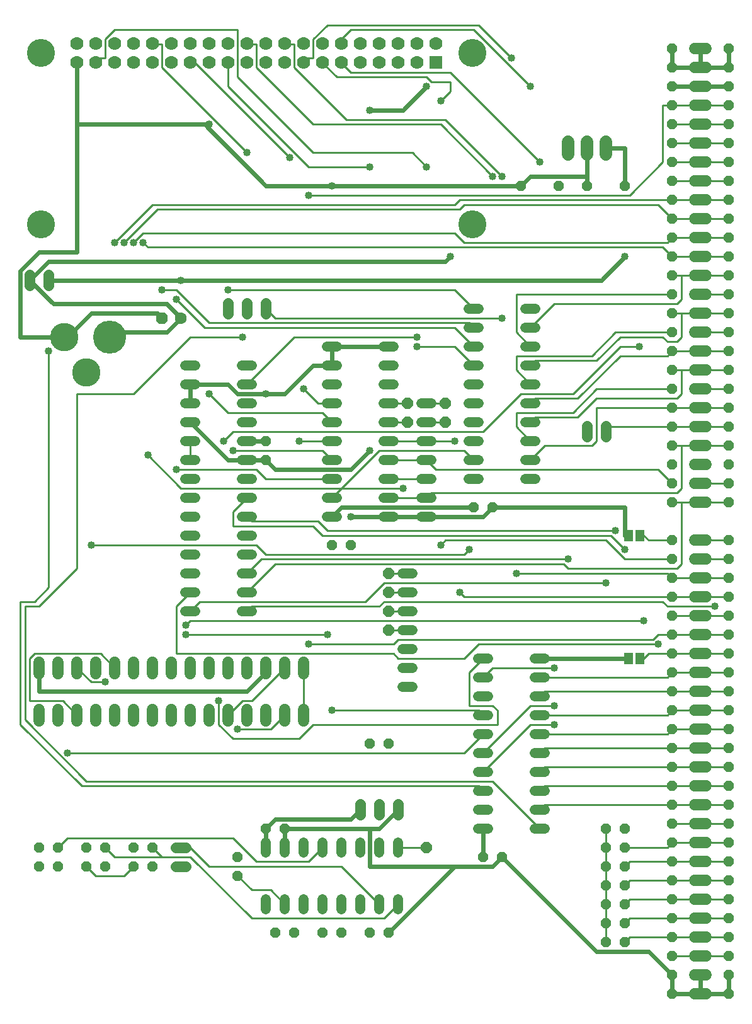
<source format=gtl>
G75*
%MOIN*%
%OFA0B0*%
%FSLAX25Y25*%
%IPPOS*%
%LPD*%
%AMOC8*
5,1,8,0,0,1.08239X$1,22.5*
%
%ADD10C,0.06000*%
%ADD11R,0.04600X0.06300*%
%ADD12C,0.06600*%
%ADD13OC8,0.05200*%
%ADD14OC8,0.05250*%
%ADD15OC8,0.05600*%
%ADD16C,0.05200*%
%ADD17R,0.07000X0.07000*%
%ADD18C,0.07000*%
%ADD19C,0.14827*%
%ADD20C,0.05600*%
%ADD21C,0.17500*%
%ADD22C,0.15000*%
%ADD23OC8,0.06300*%
%ADD24C,0.06300*%
%ADD25OC8,0.06000*%
%ADD26C,0.02400*%
%ADD27C,0.04000*%
%ADD28C,0.01000*%
D10*
X0026300Y0178300D02*
X0026300Y0184300D01*
X0036300Y0184300D02*
X0036300Y0178300D01*
X0046300Y0178300D02*
X0046300Y0184300D01*
X0056300Y0184300D02*
X0056300Y0178300D01*
X0066300Y0178300D02*
X0066300Y0184300D01*
X0076300Y0184300D02*
X0076300Y0178300D01*
X0086300Y0178300D02*
X0086300Y0184300D01*
X0096300Y0184300D02*
X0096300Y0178300D01*
X0106300Y0178300D02*
X0106300Y0184300D01*
X0116300Y0184300D02*
X0116300Y0178300D01*
X0126300Y0178300D02*
X0126300Y0184300D01*
X0136300Y0184300D02*
X0136300Y0178300D01*
X0146300Y0178300D02*
X0146300Y0184300D01*
X0156300Y0184300D02*
X0156300Y0178300D01*
X0166300Y0178300D02*
X0166300Y0184300D01*
X0166300Y0203300D02*
X0166300Y0209300D01*
X0156300Y0209300D02*
X0156300Y0203300D01*
X0146300Y0203300D02*
X0146300Y0209300D01*
X0136300Y0209300D02*
X0136300Y0203300D01*
X0126300Y0203300D02*
X0126300Y0209300D01*
X0116300Y0209300D02*
X0116300Y0203300D01*
X0106300Y0203300D02*
X0106300Y0209300D01*
X0096300Y0209300D02*
X0096300Y0203300D01*
X0086300Y0203300D02*
X0086300Y0209300D01*
X0076300Y0209300D02*
X0076300Y0203300D01*
X0066300Y0203300D02*
X0066300Y0209300D01*
X0056300Y0209300D02*
X0056300Y0203300D01*
X0046300Y0203300D02*
X0046300Y0209300D01*
X0036300Y0209300D02*
X0036300Y0203300D01*
X0026300Y0203300D02*
X0026300Y0209300D01*
X0373300Y0213800D02*
X0379300Y0213800D01*
X0379300Y0223800D02*
X0373300Y0223800D01*
X0373300Y0233800D02*
X0379300Y0233800D01*
X0379300Y0243800D02*
X0373300Y0243800D01*
X0373300Y0253800D02*
X0379300Y0253800D01*
X0379300Y0263800D02*
X0373300Y0263800D01*
X0373300Y0273800D02*
X0379300Y0273800D01*
X0379300Y0293800D02*
X0373300Y0293800D01*
X0373300Y0303800D02*
X0379300Y0303800D01*
X0379300Y0313800D02*
X0373300Y0313800D01*
X0373300Y0323800D02*
X0379300Y0323800D01*
X0379300Y0333800D02*
X0373300Y0333800D01*
X0373300Y0343800D02*
X0379300Y0343800D01*
X0379300Y0353800D02*
X0373300Y0353800D01*
X0373300Y0363800D02*
X0379300Y0363800D01*
X0379300Y0373800D02*
X0373300Y0373800D01*
X0373300Y0383800D02*
X0379300Y0383800D01*
X0379300Y0393800D02*
X0373300Y0393800D01*
X0373300Y0403800D02*
X0379300Y0403800D01*
X0379300Y0413800D02*
X0373300Y0413800D01*
X0373300Y0423800D02*
X0379300Y0423800D01*
X0379300Y0433800D02*
X0373300Y0433800D01*
X0373300Y0443800D02*
X0379300Y0443800D01*
X0379300Y0453800D02*
X0373300Y0453800D01*
X0373300Y0463800D02*
X0379300Y0463800D01*
X0379300Y0473800D02*
X0373300Y0473800D01*
X0373300Y0483800D02*
X0379300Y0483800D01*
X0379300Y0493800D02*
X0373300Y0493800D01*
X0373300Y0503800D02*
X0379300Y0503800D01*
X0379300Y0513800D02*
X0373300Y0513800D01*
X0373300Y0523800D02*
X0379300Y0523800D01*
X0379300Y0533800D02*
X0373300Y0533800D01*
X0373300Y0203800D02*
X0379300Y0203800D01*
X0379300Y0193800D02*
X0373300Y0193800D01*
X0373300Y0183800D02*
X0379300Y0183800D01*
X0379300Y0173800D02*
X0373300Y0173800D01*
X0373300Y0163800D02*
X0379300Y0163800D01*
X0379300Y0153800D02*
X0373300Y0153800D01*
X0373300Y0143800D02*
X0379300Y0143800D01*
X0379300Y0133800D02*
X0373300Y0133800D01*
X0373300Y0123800D02*
X0379300Y0123800D01*
X0379300Y0113800D02*
X0373300Y0113800D01*
X0373300Y0103800D02*
X0379300Y0103800D01*
X0379300Y0093800D02*
X0373300Y0093800D01*
X0373300Y0083800D02*
X0379300Y0083800D01*
X0379300Y0073800D02*
X0373300Y0073800D01*
X0373300Y0063800D02*
X0379300Y0063800D01*
X0379300Y0053800D02*
X0373300Y0053800D01*
X0373300Y0043800D02*
X0379300Y0043800D01*
X0379300Y0033800D02*
X0373300Y0033800D01*
D11*
X0344300Y0211300D03*
X0338300Y0211300D03*
X0338300Y0276300D03*
X0344300Y0276300D03*
D12*
X0326300Y0478000D02*
X0326300Y0484600D01*
X0316300Y0484600D02*
X0316300Y0478000D01*
X0306300Y0478000D02*
X0306300Y0484600D01*
D13*
X0301300Y0461300D03*
X0316300Y0461300D03*
X0336300Y0461300D03*
X0281300Y0461300D03*
X0266300Y0291300D03*
X0256300Y0291300D03*
X0191300Y0271300D03*
X0181300Y0271300D03*
X0146300Y0316300D03*
X0146300Y0326300D03*
X0201300Y0166300D03*
X0211300Y0166300D03*
X0261300Y0106300D03*
X0271300Y0106300D03*
X0211300Y0066300D03*
X0201300Y0066300D03*
X0186300Y0066300D03*
X0176300Y0066300D03*
X0161300Y0066300D03*
X0151300Y0066300D03*
X0131300Y0096300D03*
X0131300Y0106300D03*
X0146300Y0121300D03*
X0156300Y0121300D03*
D14*
X0361300Y0123800D03*
X0361300Y0133800D03*
X0361300Y0143800D03*
X0361300Y0153800D03*
X0361300Y0163800D03*
X0361300Y0173800D03*
X0361300Y0183800D03*
X0361300Y0193800D03*
X0361300Y0203800D03*
X0361300Y0213800D03*
X0361300Y0223800D03*
X0361300Y0233800D03*
X0361300Y0243800D03*
X0361300Y0253800D03*
X0361300Y0263800D03*
X0361300Y0273800D03*
X0361300Y0293800D03*
X0361300Y0303800D03*
X0361300Y0313800D03*
X0361300Y0323800D03*
X0361300Y0333800D03*
X0361300Y0343800D03*
X0361300Y0353800D03*
X0361300Y0363800D03*
X0361300Y0373800D03*
X0361300Y0383800D03*
X0361300Y0393800D03*
X0361300Y0403800D03*
X0361300Y0413800D03*
X0361300Y0423800D03*
X0361300Y0433800D03*
X0361300Y0443800D03*
X0361300Y0453800D03*
X0361300Y0463800D03*
X0361300Y0473800D03*
X0361300Y0483800D03*
X0361300Y0493800D03*
X0361300Y0503800D03*
X0361300Y0513800D03*
X0361300Y0523800D03*
X0361300Y0533800D03*
X0391300Y0533800D03*
X0391300Y0523800D03*
X0391300Y0513800D03*
X0391300Y0503800D03*
X0391300Y0493800D03*
X0391300Y0483800D03*
X0391300Y0473800D03*
X0391300Y0463800D03*
X0391300Y0453800D03*
X0391300Y0443800D03*
X0391300Y0433800D03*
X0391300Y0423800D03*
X0391300Y0413800D03*
X0391300Y0403800D03*
X0391300Y0393800D03*
X0391300Y0383800D03*
X0391300Y0373800D03*
X0391300Y0363800D03*
X0391300Y0353800D03*
X0391300Y0343800D03*
X0391300Y0333800D03*
X0391300Y0323800D03*
X0391300Y0313800D03*
X0391300Y0303800D03*
X0391300Y0293800D03*
X0391300Y0273800D03*
X0391300Y0263800D03*
X0391300Y0253800D03*
X0391300Y0243800D03*
X0391300Y0233800D03*
X0391300Y0223800D03*
X0391300Y0213800D03*
X0391300Y0203800D03*
X0391300Y0193800D03*
X0391300Y0183800D03*
X0391300Y0173800D03*
X0391300Y0163800D03*
X0391300Y0153800D03*
X0391300Y0143800D03*
X0391300Y0133800D03*
X0391300Y0123800D03*
X0391300Y0113800D03*
X0391300Y0103800D03*
X0391300Y0093800D03*
X0391300Y0083800D03*
X0391300Y0073800D03*
X0391300Y0063800D03*
X0391300Y0053800D03*
X0391300Y0043800D03*
X0391300Y0033800D03*
X0361300Y0033800D03*
X0361300Y0043800D03*
X0361300Y0053800D03*
X0361300Y0063800D03*
X0361300Y0073800D03*
X0361300Y0083800D03*
X0361300Y0093800D03*
X0361300Y0103800D03*
X0361300Y0113800D03*
D15*
X0336300Y0111300D03*
X0336300Y0101300D03*
X0336300Y0091300D03*
X0336300Y0081300D03*
X0336300Y0071300D03*
X0336300Y0061300D03*
X0326300Y0061300D03*
X0326300Y0071300D03*
X0326300Y0081300D03*
X0326300Y0091300D03*
X0326300Y0101300D03*
X0326300Y0111300D03*
X0326300Y0121300D03*
X0336300Y0121300D03*
X0086300Y0111300D03*
X0086300Y0101300D03*
X0076300Y0101300D03*
X0076300Y0111300D03*
X0061300Y0111300D03*
X0061300Y0101300D03*
X0051300Y0101300D03*
X0051300Y0111300D03*
X0036300Y0111300D03*
X0036300Y0101300D03*
X0026300Y0101300D03*
X0026300Y0111300D03*
D16*
X0103700Y0236300D02*
X0108900Y0236300D01*
X0108900Y0246300D02*
X0103700Y0246300D01*
X0103700Y0256300D02*
X0108900Y0256300D01*
X0108900Y0266300D02*
X0103700Y0266300D01*
X0103700Y0276300D02*
X0108900Y0276300D01*
X0108900Y0286300D02*
X0103700Y0286300D01*
X0103700Y0296300D02*
X0108900Y0296300D01*
X0108900Y0306300D02*
X0103700Y0306300D01*
X0103700Y0316300D02*
X0108900Y0316300D01*
X0108900Y0326300D02*
X0103700Y0326300D01*
X0103700Y0336300D02*
X0108900Y0336300D01*
X0108900Y0346300D02*
X0103700Y0346300D01*
X0103700Y0356300D02*
X0108900Y0356300D01*
X0108900Y0366300D02*
X0103700Y0366300D01*
X0133700Y0366300D02*
X0138900Y0366300D01*
X0138900Y0356300D02*
X0133700Y0356300D01*
X0133700Y0346300D02*
X0138900Y0346300D01*
X0138900Y0336300D02*
X0133700Y0336300D01*
X0133700Y0326300D02*
X0138900Y0326300D01*
X0138900Y0316300D02*
X0133700Y0316300D01*
X0133700Y0306300D02*
X0138900Y0306300D01*
X0138900Y0296300D02*
X0133700Y0296300D01*
X0133700Y0286300D02*
X0138900Y0286300D01*
X0138900Y0276300D02*
X0133700Y0276300D01*
X0133700Y0266300D02*
X0138900Y0266300D01*
X0138900Y0256300D02*
X0133700Y0256300D01*
X0133700Y0246300D02*
X0138900Y0246300D01*
X0138900Y0236300D02*
X0133700Y0236300D01*
X0178700Y0286300D02*
X0183900Y0286300D01*
X0183900Y0296300D02*
X0178700Y0296300D01*
X0178700Y0306300D02*
X0183900Y0306300D01*
X0183900Y0316300D02*
X0178700Y0316300D01*
X0178700Y0326300D02*
X0183900Y0326300D01*
X0183900Y0336300D02*
X0178700Y0336300D01*
X0178700Y0346300D02*
X0183900Y0346300D01*
X0183900Y0356300D02*
X0178700Y0356300D01*
X0178700Y0366300D02*
X0183900Y0366300D01*
X0183900Y0376300D02*
X0178700Y0376300D01*
X0208700Y0376300D02*
X0213900Y0376300D01*
X0213900Y0366300D02*
X0208700Y0366300D01*
X0208700Y0356300D02*
X0213900Y0356300D01*
X0213900Y0346300D02*
X0208700Y0346300D01*
X0208700Y0336300D02*
X0213900Y0336300D01*
X0213900Y0326300D02*
X0208700Y0326300D01*
X0208700Y0316300D02*
X0213900Y0316300D01*
X0213900Y0306300D02*
X0208700Y0306300D01*
X0208700Y0296300D02*
X0213900Y0296300D01*
X0213900Y0286300D02*
X0208700Y0286300D01*
X0228700Y0286300D02*
X0233900Y0286300D01*
X0233900Y0296300D02*
X0228700Y0296300D01*
X0228700Y0306300D02*
X0233900Y0306300D01*
X0233900Y0316300D02*
X0228700Y0316300D01*
X0228700Y0326300D02*
X0233900Y0326300D01*
X0233900Y0336300D02*
X0228700Y0336300D01*
X0228700Y0346300D02*
X0233900Y0346300D01*
X0253700Y0346300D02*
X0258900Y0346300D01*
X0258900Y0336300D02*
X0253700Y0336300D01*
X0253700Y0326300D02*
X0258900Y0326300D01*
X0258900Y0316300D02*
X0253700Y0316300D01*
X0253700Y0306300D02*
X0258900Y0306300D01*
X0283700Y0306300D02*
X0288900Y0306300D01*
X0288900Y0316300D02*
X0283700Y0316300D01*
X0283700Y0326300D02*
X0288900Y0326300D01*
X0288900Y0336300D02*
X0283700Y0336300D01*
X0283700Y0346300D02*
X0288900Y0346300D01*
X0288900Y0356300D02*
X0283700Y0356300D01*
X0283700Y0366300D02*
X0288900Y0366300D01*
X0288900Y0376300D02*
X0283700Y0376300D01*
X0283700Y0386300D02*
X0288900Y0386300D01*
X0288900Y0396300D02*
X0283700Y0396300D01*
X0258900Y0396300D02*
X0253700Y0396300D01*
X0253700Y0386300D02*
X0258900Y0386300D01*
X0258900Y0376300D02*
X0253700Y0376300D01*
X0253700Y0366300D02*
X0258900Y0366300D01*
X0258900Y0356300D02*
X0253700Y0356300D01*
X0223900Y0256300D02*
X0218700Y0256300D01*
X0218700Y0246300D02*
X0223900Y0246300D01*
X0223900Y0236300D02*
X0218700Y0236300D01*
X0218700Y0226300D02*
X0223900Y0226300D01*
X0223900Y0216300D02*
X0218700Y0216300D01*
X0218700Y0206300D02*
X0223900Y0206300D01*
X0223900Y0196300D02*
X0218700Y0196300D01*
X0258700Y0191300D02*
X0263900Y0191300D01*
X0263900Y0201300D02*
X0258700Y0201300D01*
X0258700Y0211300D02*
X0263900Y0211300D01*
X0263900Y0181300D02*
X0258700Y0181300D01*
X0258700Y0171300D02*
X0263900Y0171300D01*
X0263900Y0161300D02*
X0258700Y0161300D01*
X0258700Y0151300D02*
X0263900Y0151300D01*
X0263900Y0141300D02*
X0258700Y0141300D01*
X0258700Y0131300D02*
X0263900Y0131300D01*
X0263900Y0121300D02*
X0258700Y0121300D01*
X0288700Y0121300D02*
X0293900Y0121300D01*
X0293900Y0131300D02*
X0288700Y0131300D01*
X0288700Y0141300D02*
X0293900Y0141300D01*
X0293900Y0151300D02*
X0288700Y0151300D01*
X0288700Y0161300D02*
X0293900Y0161300D01*
X0293900Y0171300D02*
X0288700Y0171300D01*
X0288700Y0181300D02*
X0293900Y0181300D01*
X0293900Y0191300D02*
X0288700Y0191300D01*
X0288700Y0201300D02*
X0293900Y0201300D01*
X0293900Y0211300D02*
X0288700Y0211300D01*
X0216300Y0113900D02*
X0216300Y0108700D01*
X0206300Y0108700D02*
X0206300Y0113900D01*
X0196300Y0113900D02*
X0196300Y0108700D01*
X0186300Y0108700D02*
X0186300Y0113900D01*
X0176300Y0113900D02*
X0176300Y0108700D01*
X0166300Y0108700D02*
X0166300Y0113900D01*
X0156300Y0113900D02*
X0156300Y0108700D01*
X0146300Y0108700D02*
X0146300Y0113900D01*
X0146300Y0083900D02*
X0146300Y0078700D01*
X0156300Y0078700D02*
X0156300Y0083900D01*
X0166300Y0083900D02*
X0166300Y0078700D01*
X0176300Y0078700D02*
X0176300Y0083900D01*
X0186300Y0083900D02*
X0186300Y0078700D01*
X0196300Y0078700D02*
X0196300Y0083900D01*
X0206300Y0083900D02*
X0206300Y0078700D01*
X0216300Y0078700D02*
X0216300Y0083900D01*
D17*
X0236300Y0526576D03*
D18*
X0236300Y0536576D03*
X0226300Y0536576D03*
X0226300Y0526576D03*
X0216300Y0526576D03*
X0216300Y0536576D03*
X0206300Y0536576D03*
X0206300Y0526576D03*
X0196300Y0526576D03*
X0196300Y0536576D03*
X0186300Y0536576D03*
X0186300Y0526576D03*
X0176300Y0526576D03*
X0176300Y0536576D03*
X0166300Y0536576D03*
X0166300Y0526576D03*
X0156300Y0526576D03*
X0156300Y0536576D03*
X0146300Y0536576D03*
X0146300Y0526576D03*
X0136300Y0526576D03*
X0136300Y0536576D03*
X0126300Y0536576D03*
X0126300Y0526576D03*
X0116300Y0526576D03*
X0116300Y0536576D03*
X0106300Y0536576D03*
X0106300Y0526576D03*
X0096300Y0526576D03*
X0096300Y0536576D03*
X0086300Y0536576D03*
X0086300Y0526576D03*
X0076300Y0526576D03*
X0076300Y0536576D03*
X0066300Y0536576D03*
X0066300Y0526576D03*
X0056300Y0526576D03*
X0056300Y0536576D03*
X0046300Y0536576D03*
X0046300Y0526576D03*
D19*
X0027127Y0531576D03*
X0027127Y0441024D03*
X0255473Y0441024D03*
X0255473Y0531576D03*
D20*
X0146300Y0399100D02*
X0146300Y0393500D01*
X0136300Y0393500D02*
X0136300Y0399100D01*
X0126300Y0399100D02*
X0126300Y0393500D01*
X0031300Y0408500D02*
X0031300Y0414100D01*
X0021300Y0414100D02*
X0021300Y0408500D01*
X0196300Y0134100D02*
X0196300Y0128500D01*
X0206300Y0128500D02*
X0206300Y0134100D01*
X0216300Y0134100D02*
X0216300Y0128500D01*
X0104100Y0111300D02*
X0098500Y0111300D01*
X0098500Y0101300D02*
X0104100Y0101300D01*
X0316300Y0328500D02*
X0316300Y0334100D01*
X0326300Y0334100D02*
X0326300Y0328500D01*
D21*
X0063505Y0381300D03*
D22*
X0051300Y0362402D03*
X0039489Y0381300D03*
D23*
X0091300Y0391300D03*
D24*
X0101300Y0391300D03*
D25*
X0211300Y0256300D03*
X0211300Y0246300D03*
X0211300Y0236300D03*
X0211300Y0226300D03*
X0221300Y0336300D03*
X0221300Y0346300D03*
X0241300Y0346300D03*
X0241300Y0336300D03*
X0231300Y0111300D03*
D26*
X0246300Y0101300D02*
X0201300Y0101300D01*
X0201300Y0121300D01*
X0206300Y0121300D01*
X0216300Y0131300D01*
X0201300Y0121300D02*
X0156300Y0121300D01*
X0156300Y0111300D01*
X0146300Y0111300D02*
X0146300Y0121300D01*
X0151300Y0126300D01*
X0191300Y0126300D01*
X0196300Y0131300D01*
X0246300Y0101300D02*
X0211300Y0066300D01*
X0246300Y0101300D02*
X0266300Y0101300D01*
X0271300Y0106300D01*
X0321300Y0056300D01*
X0348800Y0056300D01*
X0361300Y0043800D01*
X0361300Y0033800D01*
X0376300Y0033800D01*
X0391300Y0033800D01*
X0391300Y0043800D01*
X0376300Y0043800D02*
X0376300Y0033800D01*
X0261300Y0106300D02*
X0261300Y0121300D01*
X0291300Y0211300D02*
X0338300Y0211300D01*
X0338300Y0276300D02*
X0336300Y0276300D01*
X0336300Y0291300D01*
X0266300Y0291300D01*
X0261300Y0286300D01*
X0231300Y0286300D01*
X0211300Y0286300D01*
X0191300Y0286300D01*
X0186300Y0291300D02*
X0181300Y0286300D01*
X0186300Y0291300D02*
X0256300Y0291300D01*
X0201300Y0321300D02*
X0191300Y0311300D01*
X0151300Y0311300D01*
X0146300Y0316300D01*
X0136300Y0316300D01*
X0126300Y0316300D01*
X0106300Y0336300D01*
X0106300Y0346300D02*
X0106300Y0356300D01*
X0126300Y0356300D01*
X0131300Y0351300D01*
X0146300Y0351300D01*
X0156300Y0351300D01*
X0171300Y0366300D01*
X0181300Y0366300D01*
X0181300Y0376300D01*
X0211300Y0376300D01*
X0241300Y0421300D02*
X0031300Y0421300D01*
X0021300Y0411300D01*
X0033800Y0398800D01*
X0093800Y0398800D01*
X0101300Y0391300D01*
X0093800Y0383800D01*
X0066300Y0383800D01*
X0063800Y0381300D01*
X0063505Y0381300D01*
X0053800Y0393800D02*
X0041300Y0381300D01*
X0039489Y0381300D01*
X0016300Y0381300D01*
X0016300Y0416300D01*
X0026300Y0426300D01*
X0046300Y0426300D01*
X0046300Y0493800D01*
X0113800Y0493800D01*
X0146300Y0461300D01*
X0181300Y0461300D01*
X0281300Y0461300D01*
X0286300Y0466300D01*
X0316300Y0466300D01*
X0316300Y0461300D01*
X0316300Y0466300D02*
X0316300Y0481300D01*
X0326300Y0481300D02*
X0336300Y0481300D01*
X0336300Y0461300D01*
X0336300Y0423800D02*
X0323800Y0411300D01*
X0101300Y0411300D01*
X0031300Y0411300D01*
X0053800Y0393800D02*
X0088800Y0393800D01*
X0091300Y0391300D01*
X0136300Y0326300D02*
X0146300Y0326300D01*
X0146300Y0206300D02*
X0146300Y0203800D01*
X0136300Y0193800D01*
X0026300Y0193800D01*
X0026300Y0206300D01*
X0046300Y0493800D02*
X0046300Y0526576D01*
X0113800Y0493800D02*
X0116300Y0493800D01*
X0201300Y0501300D02*
X0218800Y0501300D01*
X0231300Y0513800D01*
X0243800Y0423800D02*
X0241300Y0421300D01*
X0361300Y0513800D02*
X0376300Y0513800D01*
X0391300Y0513800D01*
X0391300Y0523800D02*
X0376300Y0523800D01*
X0361300Y0523800D01*
X0361300Y0533800D01*
X0376300Y0533800D02*
X0376300Y0523800D01*
X0391300Y0523800D02*
X0391300Y0533800D01*
D27*
X0336300Y0423800D03*
X0343800Y0376300D03*
X0331300Y0278800D03*
X0336300Y0268800D03*
X0326300Y0251300D03*
X0306300Y0263800D03*
X0278800Y0256300D03*
X0253800Y0268800D03*
X0238800Y0271300D03*
X0248800Y0246300D03*
X0218800Y0301300D03*
X0201300Y0321300D03*
X0191300Y0286300D03*
X0163800Y0326300D03*
X0166300Y0353800D03*
X0146300Y0351300D03*
X0133800Y0381300D03*
X0126300Y0406300D03*
X0101300Y0411300D03*
X0098800Y0401300D03*
X0091300Y0406300D03*
X0081300Y0431300D03*
X0076300Y0431300D03*
X0071300Y0431300D03*
X0066300Y0431300D03*
X0031300Y0373800D03*
X0083800Y0318800D03*
X0098800Y0311300D03*
X0123800Y0326300D03*
X0128800Y0321300D03*
X0116300Y0351300D03*
X0053800Y0271300D03*
X0103800Y0228800D03*
X0103800Y0223800D03*
X0121300Y0188800D03*
X0131300Y0173800D03*
X0168800Y0218800D03*
X0178800Y0223800D03*
X0181300Y0183800D03*
X0246300Y0326300D03*
X0226300Y0376300D03*
X0226300Y0381300D03*
X0243800Y0423800D03*
X0271300Y0391300D03*
X0271300Y0466300D03*
X0266300Y0466300D03*
X0291300Y0473800D03*
X0286300Y0513800D03*
X0276300Y0528800D03*
X0238800Y0506300D03*
X0231300Y0513800D03*
X0201300Y0501300D03*
X0201300Y0471300D03*
X0181300Y0461300D03*
X0168800Y0456300D03*
X0158800Y0476300D03*
X0136300Y0478800D03*
X0116300Y0493800D03*
X0231300Y0471300D03*
X0383800Y0238800D03*
X0353800Y0218800D03*
X0346300Y0231300D03*
X0298800Y0206300D03*
X0298800Y0186300D03*
X0298800Y0176300D03*
X0061300Y0198800D03*
X0041300Y0161300D03*
D28*
X0056300Y0096300D02*
X0071300Y0096300D01*
X0076300Y0101300D01*
X0066300Y0106300D02*
X0091300Y0106300D01*
X0086300Y0111300D01*
X0091300Y0106300D02*
X0106300Y0106300D01*
X0138800Y0073800D01*
X0208800Y0073800D01*
X0216300Y0081300D01*
X0206300Y0081300D02*
X0186300Y0101300D01*
X0116300Y0101300D01*
X0106300Y0111300D01*
X0101300Y0111300D01*
X0128800Y0116300D02*
X0041300Y0116300D01*
X0036300Y0111300D01*
X0051300Y0101300D02*
X0056300Y0096300D01*
X0066300Y0106300D02*
X0061300Y0111300D01*
X0048800Y0143800D02*
X0016300Y0176300D01*
X0016300Y0241300D01*
X0023800Y0241300D01*
X0031300Y0248800D01*
X0031300Y0373800D01*
X0046300Y0351300D02*
X0076300Y0351300D01*
X0106300Y0381300D01*
X0133800Y0381300D01*
X0146300Y0396300D02*
X0151300Y0391300D01*
X0271300Y0391300D01*
X0278800Y0383800D02*
X0278800Y0403800D01*
X0361300Y0403800D01*
X0366300Y0401300D02*
X0363800Y0398800D01*
X0298800Y0398800D01*
X0286300Y0386300D01*
X0278800Y0383800D02*
X0286300Y0376300D01*
X0288800Y0368800D02*
X0321300Y0368800D01*
X0333800Y0381300D01*
X0356300Y0381300D01*
X0358800Y0378800D01*
X0363800Y0378800D01*
X0366300Y0381300D01*
X0366300Y0393800D01*
X0376300Y0393800D01*
X0391300Y0393800D01*
X0391300Y0383800D02*
X0376300Y0383800D01*
X0376300Y0373800D02*
X0361300Y0373800D01*
X0358800Y0371300D01*
X0333800Y0371300D01*
X0311300Y0348800D01*
X0288800Y0348800D01*
X0286300Y0346300D01*
X0288800Y0338800D02*
X0311300Y0338800D01*
X0321300Y0348800D01*
X0363800Y0348800D01*
X0366300Y0351300D01*
X0366300Y0363800D01*
X0376300Y0363800D01*
X0391300Y0363800D01*
X0391300Y0353800D02*
X0376300Y0353800D01*
X0376300Y0343800D02*
X0361300Y0343800D01*
X0321300Y0343800D01*
X0321300Y0326300D01*
X0318800Y0323800D01*
X0293800Y0323800D01*
X0286300Y0316300D01*
X0286300Y0326300D02*
X0278800Y0333800D01*
X0278800Y0341300D01*
X0308800Y0341300D01*
X0321300Y0353800D01*
X0361300Y0353800D01*
X0361300Y0363800D02*
X0366300Y0363800D01*
X0376300Y0373800D02*
X0391300Y0373800D01*
X0391300Y0343800D02*
X0376300Y0343800D01*
X0376300Y0333800D02*
X0391300Y0333800D01*
X0391300Y0323800D02*
X0376300Y0323800D01*
X0366300Y0323800D01*
X0366300Y0301300D01*
X0363800Y0298800D01*
X0233800Y0298800D01*
X0231300Y0296300D01*
X0211300Y0296300D01*
X0218800Y0301300D02*
X0186300Y0301300D01*
X0101300Y0301300D01*
X0083800Y0318800D01*
X0098800Y0311300D02*
X0141300Y0311300D01*
X0146300Y0306300D01*
X0181300Y0306300D01*
X0186300Y0301300D02*
X0206300Y0321300D01*
X0251300Y0321300D01*
X0256300Y0316300D01*
X0246300Y0326300D02*
X0231300Y0326300D01*
X0211300Y0326300D01*
X0211300Y0316300D02*
X0231300Y0316300D01*
X0236300Y0311300D01*
X0353800Y0311300D01*
X0361300Y0303800D01*
X0361300Y0293800D02*
X0366300Y0293800D01*
X0376300Y0293800D01*
X0391300Y0293800D01*
X0391300Y0303800D02*
X0376300Y0303800D01*
X0366300Y0293800D02*
X0366300Y0261300D01*
X0363800Y0258800D01*
X0306300Y0258800D01*
X0303800Y0261300D01*
X0151300Y0261300D01*
X0136300Y0246300D01*
X0138800Y0238800D02*
X0136300Y0236300D01*
X0138800Y0238800D02*
X0206300Y0238800D01*
X0208800Y0241300D01*
X0356300Y0241300D01*
X0358800Y0238800D01*
X0383800Y0238800D01*
X0376300Y0233800D02*
X0391300Y0233800D01*
X0391300Y0223800D02*
X0376300Y0223800D01*
X0361300Y0223800D01*
X0353800Y0223800D01*
X0351300Y0221300D01*
X0216300Y0221300D01*
X0213800Y0218800D01*
X0168800Y0218800D01*
X0166300Y0206300D02*
X0166300Y0181300D01*
X0171300Y0176300D02*
X0163800Y0168800D01*
X0128800Y0168800D01*
X0121300Y0176300D01*
X0121300Y0188800D01*
X0126300Y0181300D02*
X0133800Y0188800D01*
X0138800Y0188800D01*
X0156300Y0206300D01*
X0156300Y0181300D02*
X0148800Y0173800D01*
X0131300Y0173800D01*
X0098800Y0213800D02*
X0213800Y0213800D01*
X0216300Y0211300D01*
X0251300Y0211300D01*
X0258800Y0218800D01*
X0353800Y0218800D01*
X0348800Y0213800D02*
X0346300Y0211300D01*
X0344300Y0211300D01*
X0348800Y0213800D02*
X0361300Y0213800D01*
X0376300Y0213800D01*
X0391300Y0213800D01*
X0391300Y0203800D02*
X0376300Y0203800D01*
X0361300Y0203800D01*
X0358800Y0201300D01*
X0291300Y0201300D01*
X0293800Y0193800D02*
X0361300Y0193800D01*
X0376300Y0193800D01*
X0391300Y0193800D01*
X0391300Y0183800D02*
X0376300Y0183800D01*
X0361300Y0183800D01*
X0358800Y0181300D01*
X0291300Y0181300D01*
X0286300Y0176300D02*
X0298800Y0176300D01*
X0291300Y0171300D02*
X0358800Y0171300D01*
X0361300Y0173800D01*
X0376300Y0173800D01*
X0391300Y0173800D01*
X0391300Y0163800D02*
X0376300Y0163800D01*
X0361300Y0163800D01*
X0293800Y0163800D01*
X0291300Y0161300D01*
X0293800Y0153800D02*
X0361300Y0153800D01*
X0376300Y0153800D01*
X0391300Y0153800D01*
X0391300Y0143800D02*
X0376300Y0143800D01*
X0361300Y0143800D01*
X0293800Y0143800D01*
X0291300Y0141300D01*
X0291300Y0151300D02*
X0293800Y0153800D01*
X0293800Y0133800D02*
X0361300Y0133800D01*
X0376300Y0133800D01*
X0391300Y0133800D01*
X0391300Y0123800D02*
X0376300Y0123800D01*
X0361300Y0123800D01*
X0361300Y0113800D02*
X0358800Y0111300D01*
X0336300Y0111300D01*
X0338800Y0103800D02*
X0336300Y0101300D01*
X0338800Y0103800D02*
X0361300Y0103800D01*
X0376300Y0103800D01*
X0391300Y0103800D01*
X0391300Y0093800D02*
X0376300Y0093800D01*
X0361300Y0093800D01*
X0338800Y0093800D01*
X0336300Y0091300D01*
X0338800Y0083800D02*
X0336300Y0081300D01*
X0338800Y0083800D02*
X0361300Y0083800D01*
X0376300Y0083800D01*
X0391300Y0083800D01*
X0391300Y0073800D02*
X0376300Y0073800D01*
X0361300Y0073800D01*
X0338800Y0073800D01*
X0336300Y0071300D01*
X0338800Y0063800D02*
X0361300Y0063800D01*
X0376300Y0063800D01*
X0391300Y0063800D01*
X0391300Y0053800D02*
X0376300Y0053800D01*
X0361300Y0053800D01*
X0338800Y0063800D02*
X0336300Y0061300D01*
X0326300Y0061300D02*
X0326300Y0071300D01*
X0326300Y0081300D01*
X0326300Y0091300D01*
X0326300Y0101300D01*
X0326300Y0111300D01*
X0326300Y0121300D01*
X0361300Y0113800D02*
X0376300Y0113800D01*
X0391300Y0113800D01*
X0376300Y0233800D02*
X0361300Y0233800D01*
X0361300Y0243800D02*
X0251300Y0243800D01*
X0248800Y0246300D01*
X0251300Y0266300D02*
X0146300Y0266300D01*
X0141300Y0271300D01*
X0053800Y0271300D01*
X0046300Y0258800D02*
X0046300Y0351300D01*
X0091300Y0406300D02*
X0098800Y0406300D01*
X0116300Y0388800D01*
X0253800Y0388800D01*
X0256300Y0386300D01*
X0246300Y0386300D02*
X0256300Y0376300D01*
X0246300Y0376300D02*
X0256300Y0366300D01*
X0246300Y0376300D02*
X0226300Y0376300D01*
X0226300Y0381300D02*
X0161300Y0381300D01*
X0136300Y0356300D01*
X0126300Y0341300D02*
X0116300Y0351300D01*
X0126300Y0341300D02*
X0176300Y0341300D01*
X0181300Y0336300D01*
X0181300Y0346300D02*
X0173800Y0346300D01*
X0166300Y0353800D01*
X0163800Y0326300D02*
X0181300Y0326300D01*
X0176300Y0321300D02*
X0181300Y0316300D01*
X0176300Y0321300D02*
X0128800Y0321300D01*
X0123800Y0326300D02*
X0128800Y0331300D01*
X0261300Y0331300D01*
X0281300Y0351300D01*
X0308800Y0351300D01*
X0333800Y0376300D01*
X0343800Y0376300D01*
X0331300Y0383800D02*
X0361300Y0383800D01*
X0361300Y0393800D02*
X0366300Y0393800D01*
X0366300Y0401300D02*
X0366300Y0413800D01*
X0376300Y0413800D01*
X0391300Y0413800D01*
X0391300Y0403800D02*
X0376300Y0403800D01*
X0366300Y0413800D02*
X0361300Y0413800D01*
X0361300Y0423800D02*
X0376300Y0423800D01*
X0391300Y0423800D01*
X0391300Y0433800D02*
X0376300Y0433800D01*
X0361300Y0433800D01*
X0358800Y0431300D01*
X0251300Y0431300D01*
X0246300Y0436300D01*
X0081300Y0436300D01*
X0076300Y0431300D01*
X0071300Y0431300D02*
X0088800Y0448800D01*
X0248800Y0448800D01*
X0251300Y0451300D01*
X0353800Y0451300D01*
X0361300Y0443800D01*
X0376300Y0443800D01*
X0391300Y0443800D01*
X0391300Y0453800D02*
X0376300Y0453800D01*
X0361300Y0453800D01*
X0248800Y0453800D01*
X0246300Y0451300D01*
X0086300Y0451300D01*
X0066300Y0431300D01*
X0081300Y0431300D02*
X0083800Y0428800D01*
X0356300Y0428800D01*
X0361300Y0423800D01*
X0338800Y0456300D02*
X0356300Y0473800D01*
X0356300Y0503800D01*
X0361300Y0503800D01*
X0376300Y0503800D01*
X0391300Y0503800D01*
X0391300Y0493800D02*
X0376300Y0493800D01*
X0361300Y0493800D01*
X0361300Y0483800D02*
X0376300Y0483800D01*
X0391300Y0483800D01*
X0391300Y0473800D02*
X0376300Y0473800D01*
X0361300Y0473800D01*
X0361300Y0463800D02*
X0376300Y0463800D01*
X0391300Y0463800D01*
X0338800Y0456300D02*
X0168800Y0456300D01*
X0168800Y0471300D02*
X0201300Y0471300D01*
X0223800Y0478800D02*
X0171300Y0478800D01*
X0131300Y0518800D01*
X0131300Y0543800D01*
X0066300Y0543800D01*
X0061300Y0538800D01*
X0061300Y0528800D01*
X0056300Y0528800D01*
X0056300Y0526576D01*
X0086300Y0536300D02*
X0086300Y0536576D01*
X0086300Y0536300D02*
X0091300Y0536300D01*
X0091300Y0523800D01*
X0136300Y0478800D01*
X0158800Y0476300D02*
X0108800Y0526300D01*
X0106300Y0526300D01*
X0106300Y0526576D01*
X0126300Y0526576D02*
X0126300Y0513800D01*
X0168800Y0471300D01*
X0171300Y0493800D02*
X0141300Y0523800D01*
X0141300Y0536300D01*
X0136300Y0536300D01*
X0136300Y0536576D01*
X0156300Y0536576D02*
X0156300Y0536300D01*
X0161300Y0536300D01*
X0161300Y0523800D01*
X0188800Y0496300D01*
X0241300Y0496300D01*
X0271300Y0466300D01*
X0266300Y0466300D02*
X0238800Y0493800D01*
X0171300Y0493800D01*
X0183800Y0518800D02*
X0176300Y0526300D01*
X0176300Y0526576D01*
X0171300Y0528800D02*
X0166300Y0528800D01*
X0166300Y0526576D01*
X0171300Y0528800D02*
X0171300Y0538800D01*
X0178800Y0546300D01*
X0258800Y0546300D01*
X0276300Y0528800D01*
X0286300Y0513800D02*
X0256300Y0543800D01*
X0191300Y0543800D01*
X0186300Y0538800D01*
X0186300Y0536576D01*
X0186300Y0526576D02*
X0186300Y0526300D01*
X0191300Y0521300D01*
X0243800Y0521300D01*
X0291300Y0473800D01*
X0243800Y0511300D02*
X0243800Y0516300D01*
X0233800Y0516300D01*
X0231300Y0518800D01*
X0183800Y0518800D01*
X0223800Y0478800D02*
X0231300Y0471300D01*
X0238800Y0506300D02*
X0243800Y0511300D01*
X0246300Y0406300D02*
X0126300Y0406300D01*
X0113800Y0386300D02*
X0098800Y0401300D01*
X0113800Y0386300D02*
X0246300Y0386300D01*
X0256300Y0396300D02*
X0246300Y0406300D01*
X0278800Y0371300D02*
X0278800Y0363800D01*
X0286300Y0356300D01*
X0286300Y0366300D02*
X0288800Y0368800D01*
X0278800Y0371300D02*
X0318800Y0371300D01*
X0331300Y0383800D01*
X0328800Y0333800D02*
X0361300Y0333800D01*
X0376300Y0333800D01*
X0366300Y0323800D02*
X0361300Y0323800D01*
X0328800Y0333800D02*
X0326300Y0331300D01*
X0331300Y0278800D02*
X0178800Y0278800D01*
X0173800Y0283800D01*
X0138800Y0283800D01*
X0136300Y0286300D01*
X0128800Y0288800D02*
X0136300Y0296300D01*
X0128800Y0288800D02*
X0128800Y0281300D01*
X0171300Y0281300D01*
X0176300Y0276300D01*
X0328800Y0276300D01*
X0336300Y0268800D01*
X0336300Y0263800D02*
X0361300Y0263800D01*
X0358800Y0256300D02*
X0361300Y0253800D01*
X0376300Y0253800D01*
X0391300Y0253800D01*
X0391300Y0263800D02*
X0376300Y0263800D01*
X0376300Y0273800D02*
X0391300Y0273800D01*
X0391300Y0243800D02*
X0376300Y0243800D01*
X0361300Y0243800D01*
X0358800Y0256300D02*
X0278800Y0256300D01*
X0253800Y0268800D02*
X0251300Y0266300D01*
X0241300Y0273800D02*
X0326300Y0273800D01*
X0336300Y0263800D01*
X0326300Y0251300D02*
X0208800Y0251300D01*
X0198800Y0241300D01*
X0111300Y0241300D01*
X0106300Y0236300D01*
X0106300Y0231300D02*
X0346300Y0231300D01*
X0348800Y0273800D02*
X0361300Y0273800D01*
X0348800Y0273800D02*
X0346300Y0276300D01*
X0344300Y0276300D01*
X0306300Y0263800D02*
X0143800Y0263800D01*
X0136300Y0256300D01*
X0106300Y0246300D02*
X0098800Y0238800D01*
X0098800Y0213800D01*
X0103800Y0223800D02*
X0178800Y0223800D01*
X0181300Y0183800D02*
X0258800Y0183800D01*
X0261300Y0181300D01*
X0266300Y0186300D02*
X0253800Y0186300D01*
X0253800Y0203800D01*
X0261300Y0211300D01*
X0266300Y0206300D02*
X0261300Y0201300D01*
X0266300Y0206300D02*
X0298800Y0206300D01*
X0293800Y0193800D02*
X0291300Y0191300D01*
X0286300Y0186300D02*
X0298800Y0186300D01*
X0286300Y0186300D02*
X0261300Y0161300D01*
X0261300Y0151300D02*
X0286300Y0176300D01*
X0268800Y0176300D02*
X0171300Y0176300D01*
X0211300Y0226300D02*
X0221300Y0226300D01*
X0221300Y0236300D02*
X0211300Y0236300D01*
X0211300Y0246300D02*
X0221300Y0246300D01*
X0221300Y0256300D02*
X0211300Y0256300D01*
X0238800Y0271300D02*
X0241300Y0273800D01*
X0231300Y0306300D02*
X0211300Y0306300D01*
X0211300Y0336300D02*
X0221300Y0336300D01*
X0221300Y0346300D02*
X0211300Y0346300D01*
X0231300Y0346300D02*
X0241300Y0346300D01*
X0241300Y0336300D02*
X0231300Y0336300D01*
X0186300Y0301300D02*
X0181300Y0296300D01*
X0106300Y0316300D02*
X0106300Y0326300D01*
X0046300Y0258800D02*
X0026300Y0238800D01*
X0018800Y0238800D01*
X0018800Y0178800D01*
X0051300Y0146300D01*
X0266300Y0146300D01*
X0291300Y0121300D01*
X0291300Y0131300D02*
X0293800Y0133800D01*
X0261300Y0141300D02*
X0258800Y0143800D01*
X0048800Y0143800D01*
X0041300Y0161300D02*
X0251300Y0161300D01*
X0261300Y0171300D01*
X0268800Y0176300D02*
X0268800Y0183800D01*
X0266300Y0186300D01*
X0231300Y0111300D02*
X0216300Y0111300D01*
X0176300Y0111300D02*
X0168800Y0103800D01*
X0141300Y0103800D01*
X0128800Y0116300D01*
X0131300Y0096300D02*
X0138800Y0088800D01*
X0148800Y0088800D01*
X0156300Y0081300D01*
X0066300Y0206300D02*
X0058800Y0213800D01*
X0023800Y0213800D01*
X0021300Y0211300D01*
X0021300Y0188800D01*
X0038800Y0188800D01*
X0046300Y0181300D01*
X0053800Y0198800D02*
X0061300Y0198800D01*
X0053800Y0198800D02*
X0046300Y0206300D01*
X0103800Y0228800D02*
X0106300Y0231300D01*
X0286300Y0336300D02*
X0288800Y0338800D01*
M02*

</source>
